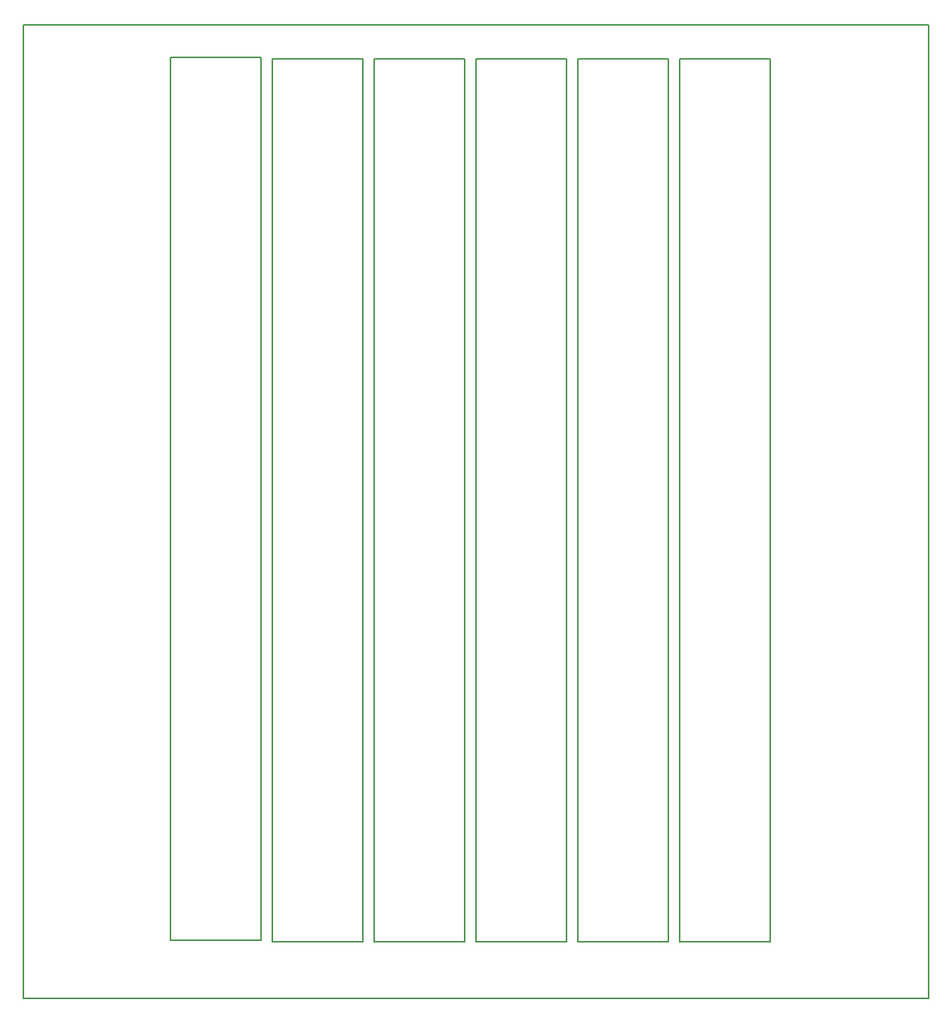
<source format=gko>
G04 PROTEUS RS274X GERBER FILE*
%FSLAX45Y45*%
%MOMM*%
G01*
%ADD13C,0.203200*%
D13*
X-3435294Y-2648588D02*
X-2419294Y-2648588D01*
X-2419294Y+7257412D01*
X-3435294Y+7257412D01*
X-3435294Y-2648588D01*
X-2419294Y-2648588D01*
X-2419294Y+7257412D01*
X-3435294Y+7257412D01*
X-3435294Y-2648588D01*
X-3435294Y-2648588D01*
X-2286000Y-2667000D02*
X-1270000Y-2667000D01*
X-1270000Y+7239000D01*
X-2286000Y+7239000D01*
X-2286000Y-2667000D01*
X-1270000Y-2667000D01*
X-1270000Y+7239000D01*
X-2286000Y+7239000D01*
X-2286000Y-2667000D01*
X-2286000Y-2667000D01*
X-1143000Y-2667000D02*
X-127000Y-2667000D01*
X-127000Y+7239000D01*
X-1143000Y+7239000D01*
X-1143000Y-2667000D01*
X-127000Y-2667000D01*
X-127000Y+7239000D01*
X-1143000Y+7239000D01*
X-1143000Y-2667000D01*
X-1143000Y-2667000D01*
X+0Y-2667000D02*
X+1016000Y-2667000D01*
X+1016000Y+7239000D01*
X+0Y+7239000D01*
X+0Y-2667000D01*
X+1016000Y-2667000D01*
X+1016000Y+7239000D01*
X+0Y+7239000D01*
X+0Y-2667000D01*
X+0Y-2667000D01*
X+1143000Y-2667000D02*
X+2159000Y-2667000D01*
X+2159000Y+7239000D01*
X+1143000Y+7239000D01*
X+1143000Y-2667000D01*
X+2159000Y-2667000D01*
X+2159000Y+7239000D01*
X+1143000Y+7239000D01*
X+1143000Y-2667000D01*
X+1143000Y-2667000D01*
X+2286000Y-2667000D02*
X+3302000Y-2667000D01*
X+3302000Y+7239000D01*
X+2286000Y+7239000D01*
X+2286000Y-2667000D01*
X+3302000Y-2667000D01*
X+3302000Y+7239000D01*
X+2286000Y+7239000D01*
X+2286000Y-2667000D01*
X+2286000Y-2667000D01*
X-5080000Y-3302000D02*
X+5080000Y-3302000D01*
X+5080000Y+7620000D01*
X-5080000Y+7620000D01*
X-5080000Y-3302000D01*
M02*

</source>
